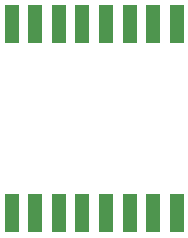
<source format=gbr>
%TF.GenerationSoftware,KiCad,Pcbnew,(5.1.6)-1*%
%TF.CreationDate,2020-08-14T19:02:09+02:00*%
%TF.ProjectId,ESP32-S2-WROOM,45535033-322d-4533-922d-57524f4f4d2e,1.2*%
%TF.SameCoordinates,Original*%
%TF.FileFunction,Paste,Bot*%
%TF.FilePolarity,Positive*%
%FSLAX46Y46*%
G04 Gerber Fmt 4.6, Leading zero omitted, Abs format (unit mm)*
G04 Created by KiCad (PCBNEW (5.1.6)-1) date 2020-08-14 19:02:09*
%MOMM*%
%LPD*%
G01*
G04 APERTURE LIST*
%ADD10R,1.200000X3.200000*%
G04 APERTURE END LIST*
D10*
%TO.C,U1*%
X103520000Y-98170000D03*
X101520000Y-98170000D03*
X99520000Y-98170000D03*
X97520000Y-98170000D03*
X95520000Y-98170000D03*
X93520000Y-98170000D03*
X91520000Y-98170000D03*
X89520000Y-98170000D03*
X89520000Y-82170000D03*
X91520000Y-82170000D03*
X93520000Y-82170000D03*
X95520000Y-82170000D03*
X97520000Y-82170000D03*
X99520000Y-82170000D03*
X101520000Y-82170000D03*
X103520000Y-82170000D03*
%TD*%
M02*

</source>
